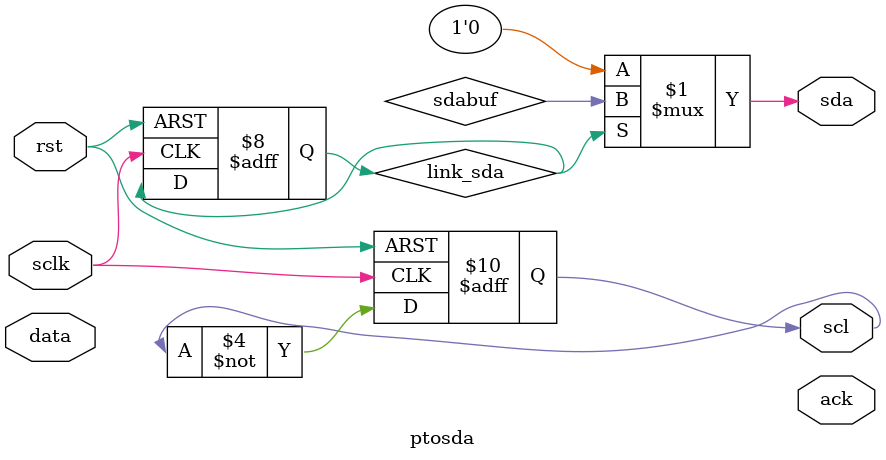
<source format=v>
module ptosda(rst,sclk,ack,scl,sda,data);
input sclk,rst;
input [3:0] data;
output ack,scl,sda;
reg scl,link_sda,ack,sdabuf;
reg [3:0] databuf;
reg [7:0] state;
assign sda = link_sda?sdabuf:1'b0;

parameter ready = 8'b0000_0000,
          start = 8'b0000_0001,
          bit1 = 8'b0000_0010,
          bit2 = 8'b0000_0100,
          bit3 = 8'b0000_1000,
          bit4 = 8'b0001_0000,
          bit5 = 8'b0010_0000,
          stop = 8'b0100_0000,
          IDLE = 8'b1000_0000;
always @(posedge sclk or negedge rst) begin
    if(!rst)
        scl<=1;
    else
        scl<=~scl;
end
always @(posedge ack) begin
    databuf<=date;
end
always @(negedge sclk or negedge rst) begin
    if(!rst)
    begin
        link_sda<=0;
        
    end
end
endmodule
</source>
